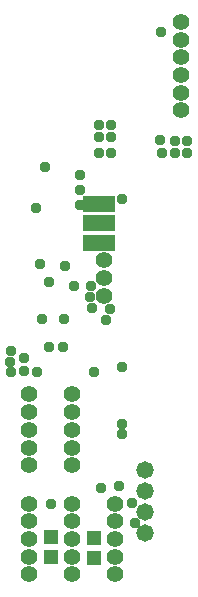
<source format=gbr>
G04 EAGLE Gerber RS-274X export*
G75*
%MOMM*%
%FSLAX34Y34*%
%LPD*%
%INSoldermask Bottom*%
%IPPOS*%
%AMOC8*
5,1,8,0,0,1.08239X$1,22.5*%
G01*
%ADD10C,1.411200*%
%ADD11R,1.303200X1.203200*%
%ADD12R,2.743200X1.473200*%
%ADD13C,1.473200*%
%ADD14C,0.959600*%


D10*
X151638Y483778D03*
X151638Y408778D03*
X151638Y468778D03*
X151638Y423778D03*
X151638Y438778D03*
X151638Y453778D03*
X23114Y75974D03*
X23114Y15974D03*
X23114Y60974D03*
X23114Y30974D03*
X23114Y45974D03*
X59436Y75974D03*
X59436Y15974D03*
X59436Y60974D03*
X59436Y30974D03*
X59436Y45974D03*
X95758Y75974D03*
X95758Y15974D03*
X95758Y60974D03*
X95758Y30974D03*
X95758Y45974D03*
X23114Y168430D03*
X23114Y108430D03*
X23114Y153430D03*
X23114Y123430D03*
X23114Y138430D03*
X59436Y168430D03*
X59436Y108430D03*
X59436Y153430D03*
X59436Y123430D03*
X59436Y138430D03*
D11*
X41656Y30616D03*
X41656Y47616D03*
X78232Y30108D03*
X78232Y47108D03*
D10*
X86614Y251954D03*
X86614Y281954D03*
X86614Y266954D03*
D12*
X82550Y329946D03*
X82296Y313690D03*
X82296Y296926D03*
D13*
X121050Y51181D03*
X121050Y86741D03*
X121050Y68961D03*
X121050Y104521D03*
D14*
X84328Y89408D03*
X66465Y341713D03*
X102234Y134874D03*
X102108Y334010D03*
X41910Y75974D03*
X102108Y143510D03*
X101981Y191770D03*
X82804Y396875D03*
X92964Y396875D03*
X82804Y386271D03*
X92964Y372745D03*
X82804Y372745D03*
X92964Y386271D03*
X157353Y383159D03*
X147130Y383159D03*
X135509Y372745D03*
X147130Y372745D03*
X157353Y372745D03*
X135001Y475488D03*
X52070Y208328D03*
X53313Y276987D03*
X61718Y259862D03*
X40138Y263459D03*
X52543Y232393D03*
X134112Y384048D03*
X36830Y360934D03*
X29238Y326542D03*
X66040Y354330D03*
X66548Y328930D03*
X7493Y195961D03*
X7620Y204724D03*
X7747Y187706D03*
X112893Y59700D03*
X75142Y250692D03*
X76342Y241604D03*
X78232Y187706D03*
X33990Y232432D03*
X76034Y260550D03*
X32512Y278384D03*
X19276Y198882D03*
X39878Y208642D03*
X29972Y187706D03*
X99441Y90805D03*
X19304Y188214D03*
X110398Y76201D03*
X91721Y241015D03*
X88200Y231000D03*
M02*

</source>
